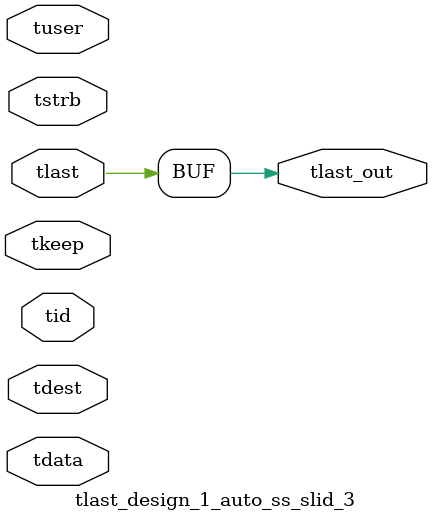
<source format=v>


`timescale 1ps/1ps

module tlast_design_1_auto_ss_slid_3 #
(
parameter C_S_AXIS_TID_WIDTH   = 1,
parameter C_S_AXIS_TUSER_WIDTH = 0,
parameter C_S_AXIS_TDATA_WIDTH = 0,
parameter C_S_AXIS_TDEST_WIDTH = 0
)
(
input  [(C_S_AXIS_TID_WIDTH   == 0 ? 1 : C_S_AXIS_TID_WIDTH)-1:0       ] tid,
input  [(C_S_AXIS_TDATA_WIDTH == 0 ? 1 : C_S_AXIS_TDATA_WIDTH)-1:0     ] tdata,
input  [(C_S_AXIS_TUSER_WIDTH == 0 ? 1 : C_S_AXIS_TUSER_WIDTH)-1:0     ] tuser,
input  [(C_S_AXIS_TDEST_WIDTH == 0 ? 1 : C_S_AXIS_TDEST_WIDTH)-1:0     ] tdest,
input  [(C_S_AXIS_TDATA_WIDTH/8)-1:0 ] tkeep,
input  [(C_S_AXIS_TDATA_WIDTH/8)-1:0 ] tstrb,
input  [0:0]                                                             tlast,
output                                                                   tlast_out
);

assign tlast_out = {tlast};

endmodule


</source>
